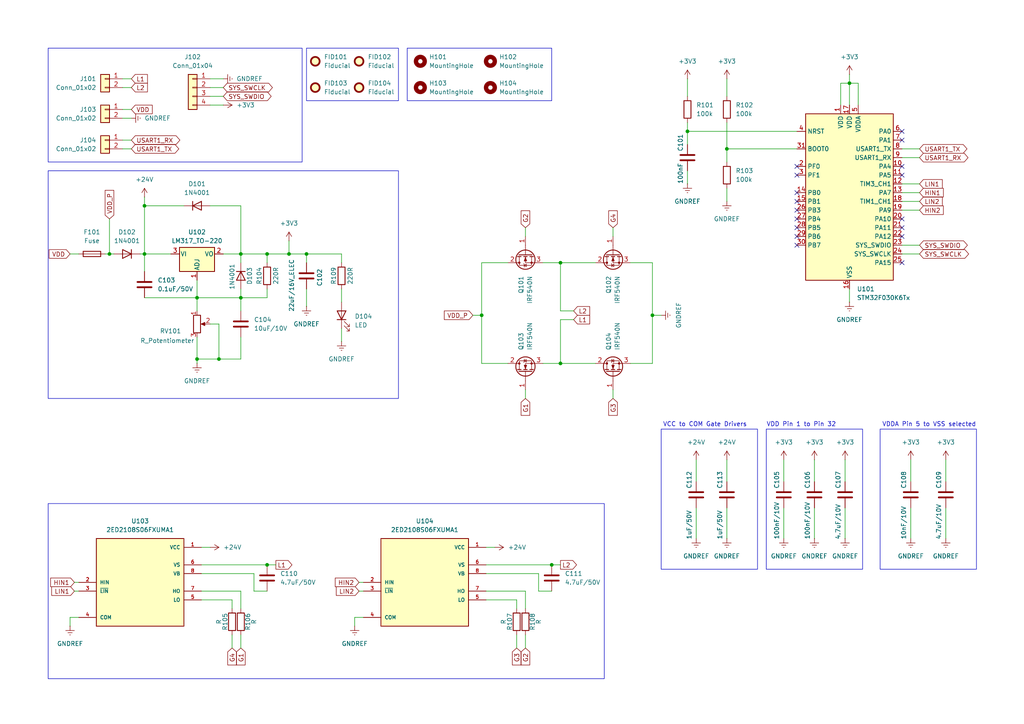
<source format=kicad_sch>
(kicad_sch (version 20250114) (generator "eeschema") (generator_version "9.0")
  (paper "A4")
  (title_block (title "PCB_Driver_DC_Motor") (date "2025-10-17") (rev "R.Casas"))
  (lib_symbols
    (symbol "Connector_Generic:Conn_01x02" (pin_names (offset 1.016) (hide yes))
      (property "Reference" "J" (at 0 2.54 0))
      (property "Value" "Conn_01x02" (at 0 -5.08 0))
      (symbol "Conn_01x02_1_1"
        (pin passive line (at -5.08 0 0) (length 3.81) (name "Pin_1") (number "1"))
        (pin passive line (at -5.08 -2.54 0) (length 3.81) (name "Pin_2") (number "2"))
      )
    )
    (symbol "Connector_Generic:Conn_01x04" (pin_names (offset 1.016) (hide yes))
      (property "Reference" "J" (at 0 5.08 0))
      (property "Value" "Conn_01x04" (at 0 -7.62 0))
      (symbol "Conn_01x04_1_1"
        (pin passive line (at -5.08 2.54 0) (length 3.81) (name "Pin_1") (number "1"))
        (pin passive line (at -5.08 0 0) (length 3.81) (name "Pin_2") (number "2"))
        (pin passive line (at -5.08 -2.54 0) (length 3.81) (name "Pin_3") (number "3"))
        (pin passive line (at -5.08 -5.08 0) (length 3.81) (name "Pin_4") (number "4"))
      )
    )
    (symbol "Device:C" (pin_numbers (hide yes)) (pin_names (offset 0.254))
      (property "Reference" "C" (at 0.635 2.54 0))
      (property "Value" "C" (at 0.635 -2.54 0))
      (symbol "C_1_1"
        (pin passive line (at 0 3.81 270) (length 2.794) (name "~") (number "1"))
        (pin passive line (at 0 -3.81 90) (length 2.794) (name "~") (number "2"))
      )
    )
    (symbol "Device:Fuse" (pin_numbers (hide yes)) (pin_names (offset 0))
      (property "Reference" "F" (at 2.032 0 90))
      (property "Value" "Fuse" (at -1.905 0 90))
      (symbol "Fuse_1_1"
        (pin passive line (at 0 3.81 270) (length 1.27) (name "~") (number "1"))
        (pin passive line (at 0 -3.81 90) (length 1.27) (name "~") (number "2"))
      )
    )
    (symbol "Device:LED" (pin_numbers (hide yes)) (pin_names (offset 1.016) (hide yes))
      (property "Reference" "D" (at 0 2.54 0))
      (property "Value" "LED" (at 0 -2.54 0))
      (symbol "LED_1_1"
        (pin passive line (at -3.81 0 0) (length 2.54) (name "K") (number "1"))
        (pin passive line (at 3.81 0 180) (length 2.54) (name "A") (number "2"))
      )
    )
    (symbol "Device:R" (pin_numbers (hide yes)) (pin_names (offset 0))
      (property "Reference" "R" (at 2.032 0 90))
      (property "Value" "R" (at 0 0 90))
      (symbol "R_1_1"
        (pin passive line (at 0 3.81 270) (length 1.27) (name "~") (number "1"))
        (pin passive line (at 0 -3.81 90) (length 1.27) (name "~") (number "2"))
      )
    )
    (symbol "Device:R_Potentiometer" (pin_names (offset 1.016) (hide yes))
      (property "Reference" "RV" (at -4.445 0 90))
      (property "Value" "R_Potentiometer" (at -2.54 0 90))
      (symbol "R_Potentiometer_1_1"
        (pin passive line (at 0 3.81 270) (length 1.27) (name "1") (number "1"))
        (pin passive line (at 0 -3.81 90) (length 1.27) (name "3") (number "3"))
        (pin passive line (at 3.81 0 180) (length 1.27) (name "2") (number "2"))
      )
    )
    (symbol "Diode:1N4001" (pin_numbers (hide yes)) (pin_names (hide yes))
      (property "Reference" "D" (at 0 2.54 0))
      (property "Value" "1N4001" (at 0 -2.54 0))
      (symbol "1N4001_1_1"
        (pin passive line (at -3.81 0 0) (length 2.54) (name "K") (number "1"))
        (pin passive line (at 3.81 0 180) (length 2.54) (name "A") (number "2"))
      )
    )
    (symbol "Gate_Driver:2ED2108S06FXUMA1" (pin_names (offset 1.016))
      (property "Reference" "U" (at -12.7 13.97 0))
      (property "Value" "2ED2108S06FXUMA1" (at -12.7 -15.24 0))
      (symbol "2ED2108S06FXUMA1_0_0"
        (pin input line (at -17.78 0 0) (length 5.08) (name "HIN") (number "2"))
        (pin input line (at -17.78 -2.54 0) (length 5.08) (name "~{LIN}") (number "3"))
        (pin passive line (at -17.78 -10.16 0) (length 5.08) (name "COM") (number "4"))
        (pin power_in line (at 17.78 10.16 180) (length 5.08) (name "VCC") (number "1"))
        (pin power_in line (at 17.78 5.08 180) (length 5.08) (name "VS") (number "6"))
        (pin power_in line (at 17.78 2.54 180) (length 5.08) (name "VB") (number "8"))
        (pin output line (at 17.78 -2.54 180) (length 5.08) (name "HO") (number "7"))
        (pin output line (at 17.78 -5.08 180) (length 5.08) (name "LO") (number "5"))
      )
    )
    (symbol "MCU_ST_STM32F0:STM32F030K6Tx"
      (property "Reference" "U" (at -12.7 26.67 0))
      (property "Value" "STM32F030K6Tx" (at 5.08 26.67 0))
      (symbol "STM32F030K6Tx_1_1"
        (pin input line (at -15.24 20.32 0) (length 2.54) (name "NRST") (number "4"))
        (pin input line (at -15.24 15.24 0) (length 2.54) (name "BOOT0") (number "31"))
        (pin bidirectional line (at -15.24 10.16 0) (length 2.54) (name "PF0") (number "2"))
        (pin bidirectional line (at -15.24 7.62 0) (length 2.54) (name "PF1") (number "3"))
        (pin bidirectional line (at -15.24 2.54 0) (length 2.54) (name "PB0") (number "14"))
        (pin bidirectional line (at -15.24 0 0) (length 2.54) (name "PB1") (number "15"))
        (pin bidirectional line (at -15.24 -2.54 0) (length 2.54) (name "PB3") (number "26"))
        (pin bidirectional line (at -15.24 -5.08 0) (length 2.54) (name "PB4") (number "27") (alternate "TIM3_CH1" bidirectional line))
        (pin bidirectional line (at -15.24 -7.62 0) (length 2.54) (name "PB5") (number "28"))
        (pin bidirectional line (at -15.24 -10.16 0) (length 2.54) (name "PB6") (number "29") (alternate "USART1_TX" bidirectional line))
        (pin bidirectional line (at -15.24 -12.7 0) (length 2.54) (name "PB7") (number "30") (alternate "USART1_RX" bidirectional line))
        (pin power_in line (at -2.54 27.94 270) (length 2.54) (name "VDD") (number "1"))
        (pin power_in line (at 0 27.94 270) (length 2.54) (name "VDD") (number "17"))
        (pin power_in line (at 0 -25.4 90) (length 2.54) (name "VSS") (number "16"))
        (pin passive line (at 0 -25.4 90) (length 2.54) (hide yes) (name "VSS") (number "32"))
        (pin power_in line (at 2.54 27.94 270) (length 2.54) (name "VDDA") (number "5"))
        (pin bidirectional line (at 15.24 20.32 180) (length 2.54) (name "PA0") (number "6"))
        (pin bidirectional line (at 15.24 17.78 180) (length 2.54) (name "PA1") (number "7"))
        (pin bidirectional line (at 15.24 15.24 180) (length 2.54) (name "PA2") (number "8") (alternate "USART1_TX" bidirectional line))
        (pin bidirectional line (at 15.24 12.7 180) (length 2.54) (name "PA3") (number "9") (alternate "USART1_RX" bidirectional line))
        (pin bidirectional line (at 15.24 10.16 180) (length 2.54) (name "PA4") (number "10"))
        (pin bidirectional line (at 15.24 7.62 180) (length 2.54) (name "PA5") (number "11"))
        (pin bidirectional line (at 15.24 5.08 180) (length 2.54) (name "PA6") (number "12") (alternate "TIM3_CH1" bidirectional line))
        (pin bidirectional line (at 15.24 2.54 180) (length 2.54) (name "PA7") (number "13"))
        (pin bidirectional line (at 15.24 0 180) (length 2.54) (name "PA8") (number "18") (alternate "TIM1_CH1" bidirectional line))
        (pin bidirectional line (at 15.24 -2.54 180) (length 2.54) (name "PA9") (number "19") (alternate "USART1_TX" bidirectional line))
        (pin bidirectional line (at 15.24 -5.08 180) (length 2.54) (name "PA10") (number "20") (alternate "USART1_RX" bidirectional line))
        (pin bidirectional line (at 15.24 -7.62 180) (length 2.54) (name "PA11") (number "21"))
        (pin bidirectional line (at 15.24 -10.16 180) (length 2.54) (name "PA12") (number "22"))
        (pin bidirectional line (at 15.24 -12.7 180) (length 2.54) (name "PA13") (number "23") (alternate "SYS_SWDIO" bidirectional line))
        (pin bidirectional line (at 15.24 -15.24 180) (length 2.54) (name "PA14") (number "24") (alternate "SYS_SWCLK" bidirectional line) (alternate "USART1_TX" bidirectional line))
        (pin bidirectional line (at 15.24 -17.78 180) (length 2.54) (name "PA15") (number "25") (alternate "USART1_RX" bidirectional line))
      )
    )
    (symbol "Mechanical:Fiducial" (in_bom no)
      (property "Reference" "FID" (at 0 5.08 0))
      (property "Value" "Fiducial" (at 0 3.175 0))
    )
    (symbol "Mechanical:MountingHole" (pin_names (offset 1.016)) (in_bom no)
      (property "Reference" "H" (at 0 5.08 0))
      (property "Value" "MountingHole" (at 0 3.175 0))
    )
    (symbol "Regulator_Linear:LM317_TO-220" (pin_names (offset 0.254))
      (property "Reference" "U" (at -3.81 3.175 0))
      (property "Value" "LM317_TO-220" (at 0 3.175 0))
      (symbol "LM317_TO-220_1_1"
        (pin power_in line (at -7.62 0 0) (length 2.54) (name "VI") (number "3"))
        (pin input line (at 0 -7.62 90) (length 2.54) (name "ADJ") (number "1"))
        (pin power_out line (at 7.62 0 180) (length 2.54) (name "VO") (number "2"))
      )
    )
    (symbol "Transistor_FET:IRF540N" (pin_names (hide yes))
      (property "Reference" "Q" (at 5.08 1.905 0))
      (property "Value" "IRF540N" (at 5.08 0 0))
      (symbol "IRF540N_1_1"
        (pin input line (at -5.08 0 0) (length 2.54) (name "G") (number "1"))
        (pin passive line (at 2.54 5.08 270) (length 2.54) (name "D") (number "2"))
        (pin passive line (at 2.54 -5.08 90) (length 2.54) (name "S") (number "3"))
      )
    )
    (symbol "power:+24V" (power) (pin_numbers (hide yes)) (pin_names (offset 0) (hide yes))
      (property "Value" "+24V" (at 0 3.556 0))
      (symbol "+24V_1_1"
        (pin power_in line (at 0 0 90) (length 0) (name "~") (number "1"))
      )
    )
    (symbol "power:+3V3" (power) (pin_numbers (hide yes)) (pin_names (offset 0) (hide yes))
      (property "Value" "+3V3" (at 0 3.556 0))
      (symbol "+3V3_1_1"
        (pin power_in line (at 0 0 90) (length 0) (name "~") (number "1"))
      )
    )
    (symbol "power:GNDREF" (power) (pin_numbers (hide yes)) (pin_names (offset 0) (hide yes))
      (property "Value" "GNDREF" (at 0 -3.81 0))
      (symbol "GNDREF_1_1"
        (pin power_in line (at 0 0 270) (length 0) (name "~") (number "1"))
      )
    )
  )
  (rectangle (start 13.97 146.05) (end 175.26 196.85))
  (rectangle (start 13.97 49.53) (end 115.57 115.57))
  (rectangle (start 118.11 13.97) (end 160.02 29.21))
  (rectangle (start 13.97 13.97) (end 87.63 46.99))
  (rectangle (start 255.27 124.46) (end 283.21 165.1))
  (rectangle (start 222.25 124.46) (end 250.19 165.1))
  (rectangle (start 191.77 124.46) (end 219.71 165.1))
  (rectangle (start 88.9 13.97) (end 115.57 29.21))
  (text "VDD Pin 1 to Pin 32" (at 232.41 123.19 0) (effects (font (size 1.27 1.27))))
  (text "VCC to COM Gate Drivers" (at 204.47 123.19 0) (effects (font (size 1.27 1.27))))
  (text "VDDA Pin 5 to VSS selected" (at 269.494 123.19 0) (effects (font (size 1.27 1.27))))
  (junction (at 41.91 73.66))
  (junction (at 69.85 86.36))
  (junction (at 63.5 104.14))
  (junction (at 77.47 163.83))
  (junction (at 210.82 43.18))
  (junction (at 199.39 38.1))
  (junction (at 139.7 91.44))
  (junction (at 69.85 73.66))
  (junction (at 83.82 73.66))
  (junction (at 162.56 105.41))
  (junction (at 77.47 73.66))
  (junction (at 57.15 104.14))
  (junction (at 57.15 86.36))
  (junction (at 246.38 24.13))
  (junction (at 162.56 76.2))
  (junction (at 31.75 73.66))
  (junction (at 160.02 163.83))
  (junction (at 41.91 59.69))
  (junction (at 189.23 91.44))
  (junction (at 88.9 73.66))
  (no_connect (at 261.62 50.8))
  (no_connect (at 231.14 55.88))
  (no_connect (at 231.14 60.96))
  (no_connect (at 261.62 63.5))
  (no_connect (at 231.14 71.12))
  (no_connect (at 261.62 38.1))
  (no_connect (at 231.14 63.5))
  (no_connect (at 261.62 68.58))
  (no_connect (at 261.62 76.2))
  (no_connect (at 231.14 48.26))
  (no_connect (at 261.62 40.64))
  (no_connect (at 231.14 50.8))
  (no_connect (at 231.14 58.42))
  (no_connect (at 231.14 68.58))
  (no_connect (at 261.62 66.04))
  (no_connect (at 231.14 66.04))
  (no_connect (at 261.62 48.26))
  (wire (pts (xy 69.85 83.82) (xy 69.85 86.36)))
  (wire (pts (xy 57.15 81.28) (xy 57.15 86.36)))
  (wire (pts (xy 102.87 179.07) (xy 105.41 179.07)))
  (wire (pts (xy 21.59 171.45) (xy 22.86 171.45)))
  (wire (pts (xy 245.11 147.32) (xy 245.11 156.21)))
  (wire (pts (xy 69.85 86.36) (xy 69.85 90.17)))
  (wire (pts (xy 199.39 49.53) (xy 199.39 53.34)))
  (wire (pts (xy 177.8 68.58) (xy 177.8 66.04)))
  (wire (pts (xy 137.16 91.44) (xy 139.7 91.44)))
  (wire (pts (xy 140.97 163.83) (xy 160.02 163.83)))
  (wire (pts (xy 41.91 59.69) (xy 53.34 59.69)))
  (wire (pts (xy 63.5 93.98) (xy 63.5 104.14)))
  (wire (pts (xy 149.86 184.15) (xy 149.86 187.96)))
  (wire (pts (xy 38.1 40.64) (xy 35.56 40.64)))
  (wire (pts (xy 210.82 43.18) (xy 210.82 46.99)))
  (wire (pts (xy 199.39 38.1) (xy 231.14 38.1)))
  (wire (pts (xy 99.06 73.66) (xy 88.9 73.66)))
  (wire (pts (xy 266.7 71.12) (xy 261.62 71.12)))
  (wire (pts (xy 102.87 181.61) (xy 102.87 179.07)))
  (wire (pts (xy 139.7 105.41) (xy 147.32 105.41)))
  (wire (pts (xy 140.97 171.45) (xy 152.4 171.45)))
  (wire (pts (xy 63.5 104.14) (xy 57.15 104.14)))
  (wire (pts (xy 210.82 43.18) (xy 231.14 43.18)))
  (wire (pts (xy 40.64 73.66) (xy 41.91 73.66)))
  (wire (pts (xy 38.1 43.18) (xy 35.56 43.18)))
  (wire (pts (xy 38.1 34.29) (xy 35.56 34.29)))
  (wire (pts (xy 60.96 30.48) (xy 64.77 30.48)))
  (wire (pts (xy 31.75 73.66) (xy 33.02 73.66)))
  (wire (pts (xy 69.85 73.66) (xy 69.85 76.2)))
  (wire (pts (xy 67.31 184.15) (xy 67.31 187.96)))
  (wire (pts (xy 266.7 58.42) (xy 261.62 58.42)))
  (wire (pts (xy 246.38 83.82) (xy 246.38 87.63)))
  (wire (pts (xy 266.7 60.96) (xy 261.62 60.96)))
  (wire (pts (xy 41.91 57.15) (xy 41.91 59.69)))
  (wire (pts (xy 201.93 147.32) (xy 201.93 156.21)))
  (wire (pts (xy 69.85 97.79) (xy 69.85 104.14)))
  (wire (pts (xy 162.56 92.71) (xy 162.56 105.41)))
  (wire (pts (xy 162.56 76.2) (xy 172.72 76.2)))
  (wire (pts (xy 236.22 147.32) (xy 236.22 156.21)))
  (wire (pts (xy 60.96 59.69) (xy 69.85 59.69)))
  (wire (pts (xy 35.56 22.86) (xy 38.1 22.86)))
  (wire (pts (xy 182.88 105.41) (xy 189.23 105.41)))
  (wire (pts (xy 77.47 73.66) (xy 83.82 73.66)))
  (wire (pts (xy 243.84 24.13) (xy 246.38 24.13)))
  (wire (pts (xy 210.82 35.56) (xy 210.82 43.18)))
  (wire (pts (xy 30.48 73.66) (xy 31.75 73.66)))
  (wire (pts (xy 77.47 83.82) (xy 77.47 86.36)))
  (wire (pts (xy 152.4 115.57) (xy 152.4 113.03)))
  (wire (pts (xy 77.47 163.83) (xy 80.01 163.83)))
  (wire (pts (xy 69.85 73.66) (xy 77.47 73.66)))
  (wire (pts (xy 31.75 63.5) (xy 31.75 73.66)))
  (wire (pts (xy 139.7 105.41) (xy 139.7 91.44)))
  (wire (pts (xy 162.56 92.71) (xy 166.37 92.71)))
  (wire (pts (xy 246.38 21.59) (xy 246.38 24.13)))
  (wire (pts (xy 236.22 133.35) (xy 236.22 139.7)))
  (wire (pts (xy 99.06 76.2) (xy 99.06 73.66)))
  (wire (pts (xy 156.21 166.37) (xy 156.21 171.45)))
  (wire (pts (xy 60.96 93.98) (xy 63.5 93.98)))
  (wire (pts (xy 57.15 86.36) (xy 69.85 86.36)))
  (wire (pts (xy 199.39 35.56) (xy 199.39 38.1)))
  (wire (pts (xy 140.97 173.99) (xy 149.86 173.99)))
  (wire (pts (xy 227.33 147.32) (xy 227.33 156.21)))
  (wire (pts (xy 58.42 173.99) (xy 67.31 173.99)))
  (wire (pts (xy 58.42 171.45) (xy 69.85 171.45)))
  (wire (pts (xy 199.39 38.1) (xy 199.39 41.91)))
  (wire (pts (xy 201.93 133.35) (xy 201.93 139.7)))
  (wire (pts (xy 248.92 30.48) (xy 248.92 24.13)))
  (wire (pts (xy 69.85 104.14) (xy 63.5 104.14)))
  (wire (pts (xy 266.7 45.72) (xy 261.62 45.72)))
  (wire (pts (xy 20.32 181.61) (xy 20.32 179.07)))
  (wire (pts (xy 274.32 133.35) (xy 274.32 139.7)))
  (wire (pts (xy 41.91 73.66) (xy 41.91 78.74)))
  (wire (pts (xy 248.92 24.13) (xy 246.38 24.13)))
  (wire (pts (xy 210.82 54.61) (xy 210.82 58.42)))
  (wire (pts (xy 139.7 91.44) (xy 139.7 76.2)))
  (wire (pts (xy 35.56 25.4) (xy 38.1 25.4)))
  (wire (pts (xy 64.77 73.66) (xy 69.85 73.66)))
  (wire (pts (xy 243.84 30.48) (xy 243.84 24.13)))
  (wire (pts (xy 152.4 171.45) (xy 152.4 176.53)))
  (wire (pts (xy 210.82 147.32) (xy 210.82 156.21)))
  (wire (pts (xy 140.97 166.37) (xy 156.21 166.37)))
  (wire (pts (xy 38.1 31.75) (xy 35.56 31.75)))
  (wire (pts (xy 156.21 171.45) (xy 160.02 171.45)))
  (wire (pts (xy 60.96 22.86) (xy 64.77 22.86)))
  (wire (pts (xy 99.06 83.82) (xy 99.06 87.63)))
  (wire (pts (xy 57.15 104.14) (xy 57.15 105.41)))
  (wire (pts (xy 266.7 53.34) (xy 261.62 53.34)))
  (wire (pts (xy 160.02 163.83) (xy 162.56 163.83)))
  (wire (pts (xy 69.85 184.15) (xy 69.85 187.96)))
  (wire (pts (xy 162.56 90.17) (xy 162.56 76.2)))
  (wire (pts (xy 177.8 115.57) (xy 177.8 113.03)))
  (wire (pts (xy 149.86 173.99) (xy 149.86 176.53)))
  (wire (pts (xy 83.82 73.66) (xy 88.9 73.66)))
  (wire (pts (xy 199.39 22.86) (xy 199.39 27.94)))
  (wire (pts (xy 88.9 73.66) (xy 88.9 76.2)))
  (wire (pts (xy 64.77 25.4) (xy 60.96 25.4)))
  (wire (pts (xy 246.38 24.13) (xy 246.38 30.48)))
  (wire (pts (xy 189.23 76.2) (xy 182.88 76.2)))
  (wire (pts (xy 191.77 91.44) (xy 189.23 91.44)))
  (wire (pts (xy 41.91 73.66) (xy 49.53 73.66)))
  (wire (pts (xy 41.91 59.69) (xy 41.91 73.66)))
  (wire (pts (xy 162.56 90.17) (xy 166.37 90.17)))
  (wire (pts (xy 69.85 171.45) (xy 69.85 176.53)))
  (wire (pts (xy 73.66 171.45) (xy 77.47 171.45)))
  (wire (pts (xy 274.32 147.32) (xy 274.32 156.21)))
  (wire (pts (xy 99.06 95.25) (xy 99.06 99.06)))
  (wire (pts (xy 227.33 133.35) (xy 227.33 139.7)))
  (wire (pts (xy 264.16 133.35) (xy 264.16 139.7)))
  (wire (pts (xy 210.82 22.86) (xy 210.82 27.94)))
  (wire (pts (xy 157.48 105.41) (xy 162.56 105.41)))
  (wire (pts (xy 21.59 168.91) (xy 22.86 168.91)))
  (wire (pts (xy 266.7 55.88) (xy 261.62 55.88)))
  (wire (pts (xy 162.56 105.41) (xy 172.72 105.41)))
  (wire (pts (xy 58.42 166.37) (xy 73.66 166.37)))
  (wire (pts (xy 41.91 86.36) (xy 57.15 86.36)))
  (wire (pts (xy 83.82 69.85) (xy 83.82 73.66)))
  (wire (pts (xy 245.11 133.35) (xy 245.11 139.7)))
  (wire (pts (xy 264.16 147.32) (xy 264.16 156.21)))
  (wire (pts (xy 20.32 73.66) (xy 22.86 73.66)))
  (wire (pts (xy 57.15 97.79) (xy 57.15 104.14)))
  (wire (pts (xy 77.47 73.66) (xy 77.47 76.2)))
  (wire (pts (xy 189.23 91.44) (xy 189.23 76.2)))
  (wire (pts (xy 140.97 158.75) (xy 143.51 158.75)))
  (wire (pts (xy 210.82 133.35) (xy 210.82 139.7)))
  (wire (pts (xy 88.9 83.82) (xy 88.9 88.9)))
  (wire (pts (xy 69.85 86.36) (xy 77.47 86.36)))
  (wire (pts (xy 189.23 105.41) (xy 189.23 91.44)))
  (wire (pts (xy 58.42 163.83) (xy 77.47 163.83)))
  (wire (pts (xy 20.32 179.07) (xy 22.86 179.07)))
  (wire (pts (xy 58.42 158.75) (xy 60.96 158.75)))
  (wire (pts (xy 157.48 76.2) (xy 162.56 76.2)))
  (wire (pts (xy 67.31 173.99) (xy 67.31 176.53)))
  (wire (pts (xy 57.15 90.17) (xy 57.15 86.36)))
  (wire (pts (xy 73.66 166.37) (xy 73.66 171.45)))
  (wire (pts (xy 69.85 59.69) (xy 69.85 73.66)))
  (wire (pts (xy 266.7 73.66) (xy 261.62 73.66)))
  (wire (pts (xy 147.32 76.2) (xy 139.7 76.2)))
  (wire (pts (xy 64.77 27.94) (xy 60.96 27.94)))
  (wire (pts (xy 104.14 168.91) (xy 105.41 168.91)))
  (wire (pts (xy 266.7 43.18) (xy 261.62 43.18)))
  (wire (pts (xy 104.14 171.45) (xy 105.41 171.45)))
  (wire (pts (xy 152.4 184.15) (xy 152.4 187.96)))
  (wire (pts (xy 152.4 68.58) (xy 152.4 66.04)))
  (global_label "HIN1" (shape input) (at 21.59 168.91 180) (property "Intersheetrefs" "${INTERSHEET_REFS}" (effects (hide yes))))
  (global_label "LIN2" (shape input) (at 266.7 58.42 0) (property "Intersheetrefs" "${INTERSHEET_REFS}" (effects (hide yes))))
  (global_label "SYS_SWCLK" (shape bidirectional) (at 266.7 73.66 0) (property "Intersheetrefs" "${INTERSHEET_REFS}" (effects (hide yes))))
  (global_label "G1" (shape input) (at 152.4 115.57 270) (property "Intersheetrefs" "${INTERSHEET_REFS}" (effects (hide yes))))
  (global_label "VDD_P" (shape input) (at 137.16 91.44 180) (property "Intersheetrefs" "${INTERSHEET_REFS}" (effects (hide yes))))
  (global_label "G2" (shape input) (at 152.4 187.96 270) (property "Intersheetrefs" "${INTERSHEET_REFS}" (effects (hide yes))))
  (global_label "USART1_TX" (shape bidirectional) (at 266.7 43.18 0) (property "Intersheetrefs" "${INTERSHEET_REFS}" (effects (hide yes))))
  (global_label "L1" (shape input) (at 166.37 92.71 0) (property "Intersheetrefs" "${INTERSHEET_REFS}" (effects (hide yes))))
  (global_label "HIN2" (shape input) (at 266.7 60.96 0) (property "Intersheetrefs" "${INTERSHEET_REFS}" (effects (hide yes))))
  (global_label "LIN2" (shape input) (at 104.14 171.45 180) (property "Intersheetrefs" "${INTERSHEET_REFS}" (effects (hide yes))))
  (global_label "L2" (shape output) (at 162.56 163.83 0) (property "Intersheetrefs" "${INTERSHEET_REFS}" (effects (hide yes))))
  (global_label "G3" (shape input) (at 149.86 187.96 270) (property "Intersheetrefs" "${INTERSHEET_REFS}" (effects (hide yes))))
  (global_label "SYS_SWDIO" (shape bidirectional) (at 266.7 71.12 0) (property "Intersheetrefs" "${INTERSHEET_REFS}" (effects (hide yes))))
  (global_label "G1" (shape input) (at 69.85 187.96 270) (property "Intersheetrefs" "${INTERSHEET_REFS}" (effects (hide yes))))
  (global_label "G2" (shape input) (at 152.4 66.04 90) (property "Intersheetrefs" "${INTERSHEET_REFS}" (effects (hide yes))))
  (global_label "LIN1" (shape input) (at 21.59 171.45 180) (property "Intersheetrefs" "${INTERSHEET_REFS}" (effects (hide yes))))
  (global_label "USART1_RX" (shape bidirectional) (at 38.1 40.64 0) (property "Intersheetrefs" "${INTERSHEET_REFS}" (effects (hide yes))))
  (global_label "USART1_TX" (shape bidirectional) (at 38.1 43.18 0) (property "Intersheetrefs" "${INTERSHEET_REFS}" (effects (hide yes))))
  (global_label "G4" (shape input) (at 67.31 187.96 270) (property "Intersheetrefs" "${INTERSHEET_REFS}" (effects (hide yes))))
  (global_label "G3" (shape input) (at 177.8 115.57 270) (property "Intersheetrefs" "${INTERSHEET_REFS}" (effects (hide yes))))
  (global_label "VDD" (shape input) (at 20.32 73.66 180) (property "Intersheetrefs" "${INTERSHEET_REFS}" (effects (hide yes))))
  (global_label "SYS_SWDIO" (shape bidirectional) (at 64.77 27.94 0) (property "Intersheetrefs" "${INTERSHEET_REFS}" (effects (hide yes))))
  (global_label "USART1_RX" (shape bidirectional) (at 266.7 45.72 0) (property "Intersheetrefs" "${INTERSHEET_REFS}" (effects (hide yes))))
  (global_label "L2" (shape input) (at 166.37 90.17 0) (property "Intersheetrefs" "${INTERSHEET_REFS}" (effects (hide yes))))
  (global_label "L1" (shape input) (at 38.1 22.86 0) (property "Intersheetrefs" "${INTERSHEET_REFS}" (effects (hide yes))))
  (global_label "LIN1" (shape input) (at 266.7 53.34 0) (property "Intersheetrefs" "${INTERSHEET_REFS}" (effects (hide yes))))
  (global_label "G4" (shape input) (at 177.8 66.04 90) (property "Intersheetrefs" "${INTERSHEET_REFS}" (effects (hide yes))))
  (global_label "SYS_SWCLK" (shape bidirectional) (at 64.77 25.4 0) (property "Intersheetrefs" "${INTERSHEET_REFS}" (effects (hide yes))))
  (global_label "HIN1" (shape input) (at 266.7 55.88 0) (property "Intersheetrefs" "${INTERSHEET_REFS}" (effects (hide yes))))
  (global_label "VDD_P" (shape input) (at 31.75 63.5 90) (property "Intersheetrefs" "${INTERSHEET_REFS}" (effects (hide yes))))
  (global_label "L1" (shape output) (at 80.01 163.83 0) (property "Intersheetrefs" "${INTERSHEET_REFS}" (effects (hide yes))))
  (global_label "L2" (shape input) (at 38.1 25.4 0) (property "Intersheetrefs" "${INTERSHEET_REFS}" (effects (hide yes))))
  (global_label "VDD" (shape input) (at 38.1 31.75 0) (property "Intersheetrefs" "${INTERSHEET_REFS}" (effects (hide yes))))
  (global_label "HIN2" (shape input) (at 104.14 168.91 180) (property "Intersheetrefs" "${INTERSHEET_REFS}" (effects (hide yes))))
  (symbol (lib_id "power:+3V3") (at 274.32 133.35 0) (unit 1)
    (property "Reference" "#PWR0119" (effects (hide yes)))
    (property "Value" "+3V3" (at 274.32 128.27 0))
    (property "Description" "Power symbol creates a global label with name \"+3V3\"" (effects (hide yes)))
  )
  (symbol (lib_id "Device:C") (at 77.47 167.64 0) (unit 1)
    (property "Reference" "C110" (at 81.28 166.3699 0) (effects (justify left)))
    (property "Value" "4.7uF/50V" (at 81.28 168.9099 0) (effects (justify left)))
    (property "Footprint" "Capacitor_SMD:C_0603_1608Metric_Pad1.08x0.95mm_HandSolder" (effects (hide yes)))
    (property "Description" "Unpolarized capacitor" (effects (hide yes)))
  )
  (symbol (lib_id "power:GNDREF") (at 246.38 87.63 0) (unit 1)
    (property "Reference" "#PWR0112" (effects (hide yes)))
    (property "Value" "GNDREF" (at 246.38 92.71 0))
    (property "Description" "Power symbol creates a global label with name \"GNDREF\" , reference supply ground" (effects (hide yes)))
  )
  (symbol (lib_id "Device:R") (at 99.06 80.01 0) (unit 1)
    (property "Reference" "R109" (at 96.774 82.55 90) (effects (justify left)))
    (property "Value" "220R" (at 101.6 82.55 90) (effects (justify left)))
    (property "Footprint" "Resistor_SMD:R_0201_0603Metric_Pad0.64x0.40mm_HandSolder" (effects (hide yes)))
    (property "Description" "Resistor" (effects (hide yes)))
  )
  (symbol (lib_id "power:GNDREF") (at 199.39 53.34 0) (unit 1)
    (property "Reference" "#PWR0108" (effects (hide yes)))
    (property "Value" "GNDREF" (at 199.39 58.42 0))
    (property "Description" "Power symbol creates a global label with name \"GNDREF\" , reference supply ground" (effects (hide yes)))
  )
  (symbol (lib_id "power:GNDREF") (at 210.82 58.42 0) (unit 1)
    (property "Reference" "#PWR0109" (effects (hide yes)))
    (property "Value" "GNDREF" (at 210.82 63.5 0))
    (property "Description" "Power symbol creates a global label with name \"GNDREF\" , reference supply ground" (effects (hide yes)))
  )
  (symbol (lib_id "Diode:1N4001") (at 69.85 80.01 270) (unit 1)
    (property "Reference" "D103" (at 72.39 77.47 0) (effects (justify left)))
    (property "Value" "1N4001" (at 67.31 76.454 0) (effects (justify left)))
    (property "Footprint" "Diode_SMD:D_SMA" (effects (hide yes)))
    (property "Datasheet" "http://www.vishay.com/docs/88503/1n4001.pdf" (effects (hide yes)))
    (property "Description" "50V 1A General Purpose Rectifier Diode, DO-41" (effects (hide yes)))
    (property "Sim.Device" "D" (effects (hide yes)))
    (property "Sim.Pins" "1=K 2=A" (effects (hide yes)))
  )
  (symbol (lib_id "Mechanical:MountingHole") (at 142.24 17.78 0) (unit 1) (in_bom no)
    (property "Reference" "H102" (at 144.78 16.5099 0) (effects (justify left)))
    (property "Value" "MountingHole" (at 144.78 19.0499 0) (effects (justify left)))
    (property "Footprint" "MountingHole:MountingHole_5.3mm_M5_ISO14580" (effects (hide yes)))
    (property "Description" "Mounting Hole without connection" (effects (hide yes)))
  )
  (symbol (lib_id "power:+3V3") (at 245.11 133.35 0) (unit 1)
    (property "Reference" "#PWR0117" (effects (hide yes)))
    (property "Value" "+3V3" (at 245.11 128.27 0))
    (property "Description" "Power symbol creates a global label with name \"+3V3\"" (effects (hide yes)))
  )
  (symbol (lib_id "power:GNDREF") (at 201.93 156.21 0) (unit 1)
    (property "Reference" "#PWR0132" (effects (hide yes)))
    (property "Value" "GNDREF" (at 201.93 161.29 0))
    (property "Description" "Power symbol creates a global label with name \"GNDREF\" , reference supply ground" (effects (hide yes)))
  )
  (symbol (lib_id "power:GNDREF") (at 274.32 156.21 0) (unit 1)
    (property "Reference" "#PWR0124" (effects (hide yes)))
    (property "Value" "GNDREF" (at 274.32 161.29 0))
    (property "Description" "Power symbol creates a global label with name \"GNDREF\" , reference supply ground" (effects (hide yes)))
  )
  (symbol (lib_id "Mechanical:Fiducial") (at 91.44 17.78 0) (unit 1) (in_bom no)
    (property "Reference" "FID101" (at 93.98 16.5099 0) (effects (justify left)))
    (property "Value" "Fiducial" (at 93.98 19.0499 0) (effects (justify left)))
    (property "Footprint" "Fiducial:Fiducial_1mm_Mask3mm" (effects (hide yes)))
    (property "Description" "Fiducial Marker" (effects (hide yes)))
  )
  (symbol (lib_id "Device:C") (at 199.39 45.72 0) (unit 1)
    (property "Reference" "C101" (at 197.358 43.942 90) (effects (justify left)))
    (property "Value" "100nF" (at 197.358 53.34 90) (effects (justify left)))
    (property "Footprint" "Capacitor_SMD:C_0603_1608Metric" (effects (hide yes)))
    (property "Description" "Unpolarized capacitor" (effects (hide yes)))
  )
  (symbol (lib_id "power:GNDREF") (at 236.22 156.21 0) (unit 1)
    (property "Reference" "#PWR0121" (effects (hide yes)))
    (property "Value" "GNDREF" (at 236.22 161.29 0))
    (property "Description" "Power symbol creates a global label with name \"GNDREF\" , reference supply ground" (effects (hide yes)))
  )
  (symbol (lib_id "Device:C") (at 88.9 80.01 0) (unit 1)
    (property "Reference" "C102" (at 92.71 83.058 90) (effects (justify left)))
    (property "Value" "22uF/16V_ELEC" (at 84.582 90.424 90) (effects (justify left)))
    (property "Footprint" "Capacitor_SMD:C_Elec_4x5.4" (effects (hide yes)))
    (property "Description" "Unpolarized capacitor" (effects (hide yes)))
  )
  (symbol (lib_id "power:+3V3") (at 246.38 21.59 0) (unit 1)
    (property "Reference" "#PWR0102" (effects (hide yes)))
    (property "Value" "+3V3" (at 246.38 16.51 0))
    (property "Description" "Power symbol creates a global label with name \"+3V3\"" (effects (hide yes)))
  )
  (symbol (lib_id "power:+24V") (at 143.51 158.75 270) (unit 1)
    (property "Reference" "#PWR0126" (effects (hide yes)))
    (property "Value" "+24V" (at 147.32 158.7499 90) (effects (justify left)))
    (property "Description" "Power symbol creates a global label with name \"+24V\"" (effects (hide yes)))
  )
  (symbol (lib_id "Device:C") (at 41.91 82.55 0) (unit 1)
    (property "Reference" "C103" (at 45.72 81.2799 0) (effects (justify left)))
    (property "Value" "0.1uF/50V" (at 45.72 83.8199 0) (effects (justify left)))
    (property "Footprint" "Capacitor_SMD:C_0603_1608Metric_Pad1.08x0.95mm_HandSolder" (effects (hide yes)))
    (property "Description" "Unpolarized capacitor" (effects (hide yes)))
  )
  (symbol (lib_id "Device:C") (at 274.32 143.51 0) (unit 1)
    (property "Reference" "C109" (at 272.288 141.732 90) (effects (justify left)))
    (property "Value" "4.7uF/10V" (at 272.288 156.464 90) (effects (justify left)))
    (property "Footprint" "Capacitor_SMD:C_0603_1608Metric" (effects (hide yes)))
    (property "Description" "Unpolarized capacitor" (effects (hide yes)))
  )
  (symbol (lib_id "power:+3V3") (at 227.33 133.35 0) (unit 1)
    (property "Reference" "#PWR0115" (effects (hide yes)))
    (property "Value" "+3V3" (at 227.33 128.27 0))
    (property "Description" "Power symbol creates a global label with name \"+3V3\"" (effects (hide yes)))
  )
  (symbol (lib_id "Gate_Driver:2ED2108S06FXUMA1") (at 123.19 168.91 0) (unit 1)
    (property "Reference" "U104" (at 123.19 151.13 0))
    (property "Value" "2ED2108S06FXUMA1" (at 123.19 153.67 0))
    (property "Footprint" "Gate_Driver:SOIC127P600X172-8N" (effects (hide yes)))
    (property "E1_MIN" "3.9" (effects (hide yes)))
    (property "B_NOM" "0.43" (effects (hide yes)))
    (property "D_MAX" "4.9" (effects (hide yes)))
    (property "E1_NOM" "3.9" (effects (hide yes)))
    (property "E2_MAX" "0.0" (effects (hide yes)))
    (property "B_MAX" "0.46" (effects (hide yes)))
    (property "D2_MAX" "0.0" (effects (hide yes)))
    (property "ENOM" "1.27" (effects (hide yes)))
    (property "D_NOM" "4.9" (effects (hide yes)))
    (property "L_MAX" "1.25" (effects (hide yes)))
    (property "A_MAX" "1.72" (effects (hide yes)))
    (property "A_NOM" "1.72" (effects (hide yes)))
    (property "A_MIN" "1.72" (effects (hide yes)))
    (property "STANDARD" "IPC 7351B" (effects (hide yes)))
    (property "PARTREV" "2.20" (effects (hide yes)))
    (property "E_NOM" "6.0" (effects (hide yes)))
    (property "B_MIN" "0.36" (effects (hide yes)))
    (property "PIN_COUNT" "8.0" (effects (hide yes)))
    (property "L_NOM" "0.8" (effects (hide yes)))
    (property "MANUFACTURER" "Infineon Technologies" (effects (hide yes)))
    (property "A1_MIN" "0.15" (effects (hide yes)))
    (property "E1_MAX" "3.9" (effects (hide yes)))
    (property "E_MIN" "5.8" (effects (hide yes)))
    (property "D_MIN" "4.9" (effects (hide yes)))
    (property "L_MIN" "0.4" (effects (hide yes)))
    (property "E_MAX" "6.2" (effects (hide yes)))
  )
  (symbol (lib_id "power:+3V3") (at 64.77 30.48 270) (unit 1)
    (property "Reference" "#PWR0103" (effects (hide yes)))
    (property "Value" "+3V3" (at 68.58 30.4799 90) (effects (justify left)))
    (property "Description" "Power symbol creates a global label with name \"+3V3\"" (effects (hide yes)))
  )
  (symbol (lib_id "power:GNDREF") (at 88.9 88.9 0) (unit 1)
    (property "Reference" "#PWR0111" (effects (hide yes)))
    (property "Value" "GNDREF" (at 88.9 93.98 0))
    (property "Description" "Power symbol creates a global label with name \"GNDREF\" , reference supply ground" (effects (hide yes)))
  )
  (symbol (lib_id "Mechanical:MountingHole") (at 142.24 25.4 0) (unit 1) (in_bom no)
    (property "Reference" "H104" (at 144.78 24.1299 0) (effects (justify left)))
    (property "Value" "MountingHole" (at 144.78 26.6699 0) (effects (justify left)))
    (property "Footprint" "MountingHole:MountingHole_5.3mm_M5_ISO14580" (effects (hide yes)))
    (property "Description" "Mounting Hole without connection" (effects (hide yes)))
  )
  (symbol (lib_id "power:+3V3") (at 199.39 22.86 0) (unit 1)
    (property "Reference" "#PWR0104" (effects (hide yes)))
    (property "Value" "+3V3" (at 199.39 17.78 0))
    (property "Description" "Power symbol creates a global label with name \"+3V3\"" (effects (hide yes)))
  )
  (symbol (lib_id "power:GNDREF") (at 102.87 181.61 0) (unit 1)
    (property "Reference" "#PWR0128" (effects (hide yes)))
    (property "Value" "GNDREF" (at 102.87 186.69 0))
    (property "Description" "Power symbol creates a global label with name \"GNDREF\" , reference supply ground" (effects (hide yes)))
  )
  (symbol (lib_id "Transistor_FET:IRF540N") (at 177.8 73.66 90) (mirror x) (unit 1)
    (property "Reference" "Q102" (at 176.5299 80.01 0) (effects (justify left)))
    (property "Value" "IRF540N" (at 179.0699 80.01 0) (effects (justify left)))
    (property "Footprint" "Package_TO_SOT_THT:TO-220-3_Vertical" (effects (hide yes)))
    (property "Datasheet" "http://www.irf.com/product-info/datasheets/data/irf540n.pdf" (effects (hide yes)))
    (property "Description" "33A Id, 100V Vds, HEXFET N-Channel MOSFET, TO-220" (effects (hide yes)))
  )
  (symbol (lib_id "power:+3V3") (at 210.82 22.86 0) (unit 1)
    (property "Reference" "#PWR0105" (effects (hide yes)))
    (property "Value" "+3V3" (at 210.82 17.78 0))
    (property "Description" "Power symbol creates a global label with name \"+3V3\"" (effects (hide yes)))
  )
  (symbol (lib_id "MCU_ST_STM32F0:STM32F030K6Tx") (at 246.38 58.42 0) (unit 1)
    (property "Reference" "U101" (at 248.5233 83.82 0) (effects (justify left)))
    (property "Value" "STM32F030K6Tx" (at 248.5233 86.36 0) (effects (justify left)))
    (property "Footprint" "Package_QFP:LQFP-32_7x7mm_P0.8mm" (effects (hide yes)))
    (property "Datasheet" "https://www.st.com/resource/en/datasheet/stm32f030k6.pdf" (effects (hide yes)))
    (property "Description" "STMicroelectronics Arm Cortex-M0 MCU, 32KB flash, 4KB RAM, 48 MHz, 2.4-3.6V, 25 GPIO, LQFP32" (effects (hide yes)))
    (pin "8" (alternate "USART1_TX"))
    (pin "9" (alternate "USART1_RX"))
    (pin "18" (alternate "TIM1_CH1"))
    (pin "24" (alternate "SYS_SWCLK"))
    (pin "12" (alternate "TIM3_CH1"))
    (pin "23" (alternate "SYS_SWDIO"))
  )
  (symbol (lib_id "power:+24V") (at 41.91 57.15 0) (unit 1)
    (property "Reference" "#PWR0107" (effects (hide yes)))
    (property "Value" "+24V" (at 41.91 52.07 0))
    (property "Description" "Power symbol creates a global label with name \"+24V\"" (effects (hide yes)))
  )
  (symbol (lib_id "Device:R") (at 77.47 80.01 0) (unit 1)
    (property "Reference" "R104" (at 75.184 82.55 90) (effects (justify left)))
    (property "Value" "220R" (at 80.01 82.55 90) (effects (justify left)))
    (property "Footprint" "Resistor_SMD:R_0201_0603Metric_Pad0.64x0.40mm_HandSolder" (effects (hide yes)))
    (property "Description" "Resistor" (effects (hide yes)))
  )
  (symbol (lib_id "Device:C") (at 245.11 143.51 0) (unit 1)
    (property "Reference" "C107" (at 243.078 141.732 90) (effects (justify left)))
    (property "Value" "4.7uF/10V" (at 243.078 156.464 90) (effects (justify left)))
    (property "Footprint" "Capacitor_SMD:C_0603_1608Metric" (effects (hide yes)))
    (property "Description" "Unpolarized capacitor" (effects (hide yes)))
  )
  (symbol (lib_id "Transistor_FET:IRF540N") (at 152.4 107.95 90) (unit 1)
    (property "Reference" "Q103" (at 151.1299 101.6 0) (effects (justify left)))
    (property "Value" "IRF540N" (at 153.6699 101.6 0) (effects (justify left)))
    (property "Footprint" "Package_TO_SOT_THT:TO-220-3_Vertical" (effects (hide yes)))
    (property "Datasheet" "http://www.irf.com/product-info/datasheets/data/irf540n.pdf" (effects (hide yes)))
    (property "Description" "33A Id, 100V Vds, HEXFET N-Channel MOSFET, TO-220" (effects (hide yes)))
  )
  (symbol (lib_id "power:+24V") (at 201.93 133.35 0) (unit 1)
    (property "Reference" "#PWR0129" (effects (hide yes)))
    (property "Value" "+24V" (at 201.93 128.27 0))
    (property "Description" "Power symbol creates a global label with name \"+24V\"" (effects (hide yes)))
  )
  (symbol (lib_id "power:+3V3") (at 83.82 69.85 0) (unit 1)
    (property "Reference" "#PWR0110" (effects (hide yes)))
    (property "Value" "+3V3" (at 83.82 64.77 0))
    (property "Description" "Power symbol creates a global label with name \"+3V3\"" (effects (hide yes)))
  )
  (symbol (lib_id "Mechanical:Fiducial") (at 104.14 17.78 0) (unit 1) (in_bom no)
    (property "Reference" "FID102" (at 106.68 16.5099 0) (effects (justify left)))
    (property "Value" "Fiducial" (at 106.68 19.0499 0) (effects (justify left)))
    (property "Footprint" "Fiducial:Fiducial_1mm_Mask3mm" (effects (hide yes)))
    (property "Description" "Fiducial Marker" (effects (hide yes)))
  )
  (symbol (lib_id "Connector_Generic:Conn_01x04") (at 55.88 25.4 0) (mirror y) (unit 1)
    (property "Reference" "J102" (at 55.88 16.51 0))
    (property "Value" "Conn_01x04" (at 55.88 19.05 0))
    (property "Footprint" "Connector_Molex:Molex_KK-254_AE-6410-04A_1x04_P2.54mm_Vertical" (effects (hide yes)))
    (property "Description" "Generic connector, single row, 01x04, script generated (kicad-library-utils/schlib/autogen/connector/)" (effects (hide yes)))
  )
  (symbol (lib_id "power:GNDREF") (at 20.32 181.61 0) (unit 1)
    (property "Reference" "#PWR0127" (effects (hide yes)))
    (property "Value" "GNDREF" (at 20.32 186.69 0))
    (property "Description" "Power symbol creates a global label with name \"GNDREF\" , reference supply ground" (effects (hide yes)))
  )
  (symbol (lib_id "power:GNDREF") (at 64.77 22.86 90) (unit 1)
    (property "Reference" "#PWR0101" (effects (hide yes)))
    (property "Value" "GNDREF" (at 68.58 22.8599 90) (effects (justify right)))
    (property "Description" "Power symbol creates a global label with name \"GNDREF\" , reference supply ground" (effects (hide yes)))
  )
  (symbol (lib_id "Device:R") (at 149.86 180.34 0) (mirror y) (unit 1)
    (property "Reference" "R107" (at 147.828 180.34 90))
    (property "Value" "R" (at 146.05 180.34 90))
    (property "Footprint" "Resistor_SMD:R_0201_0603Metric_Pad0.64x0.40mm_HandSolder" (effects (hide yes)))
    (property "Description" "Resistor" (effects (hide yes)))
  )
  (symbol (lib_id "Device:R") (at 67.31 180.34 0) (mirror y) (unit 1)
    (property "Reference" "R105" (at 65.278 180.34 90))
    (property "Value" "R" (at 63.5 180.34 90))
    (property "Footprint" "Resistor_SMD:R_0201_0603Metric_Pad0.64x0.40mm_HandSolder" (effects (hide yes)))
    (property "Description" "Resistor" (effects (hide yes)))
  )
  (symbol (lib_id "Regulator_Linear:LM317_TO-220") (at 57.15 73.66 0) (unit 1)
    (property "Reference" "U102" (at 57.15 67.31 0))
    (property "Value" "LM317_TO-220" (at 57.15 69.85 0))
    (property "Footprint" "Package_TO_SOT_THT:TO-220-3_Vertical" (effects (hide yes)))
    (property "Datasheet" "http://www.ti.com/lit/ds/symlink/lm317.pdf" (effects (hide yes)))
    (property "Description" "1.5A 35V Adjustable Linear Regulator, TO-220" (effects (hide yes)))
  )
  (symbol (lib_id "power:GNDREF") (at 191.77 91.44 90) (unit 1)
    (property "Reference" "#PWR0114" (effects (hide yes)))
    (property "Value" "GNDREF" (at 196.85 91.44 0))
    (property "Description" "Power symbol creates a global label with name \"GNDREF\" , reference supply ground" (effects (hide yes)))
  )
  (symbol (lib_id "power:GNDREF") (at 99.06 99.06 0) (unit 1)
    (property "Reference" "#PWR0131" (effects (hide yes)))
    (property "Value" "GNDREF" (at 99.06 104.14 0))
    (property "Description" "Power symbol creates a global label with name \"GNDREF\" , reference supply ground" (effects (hide yes)))
  )
  (symbol (lib_id "power:GNDREF") (at 245.11 156.21 0) (unit 1)
    (property "Reference" "#PWR0122" (effects (hide yes)))
    (property "Value" "GNDREF" (at 245.11 161.29 0))
    (property "Description" "Power symbol creates a global label with name \"GNDREF\" , reference supply ground" (effects (hide yes)))
  )
  (symbol (lib_id "Mechanical:Fiducial") (at 104.14 25.4 0) (unit 1) (in_bom no)
    (property "Reference" "FID104" (at 106.68 24.1299 0) (effects (justify left)))
    (property "Value" "Fiducial" (at 106.68 26.6699 0) (effects (justify left)))
    (property "Footprint" "Fiducial:Fiducial_1mm_Mask3mm" (effects (hide yes)))
    (property "Description" "Fiducial Marker" (effects (hide yes)))
  )
  (symbol (lib_id "Device:R") (at 69.85 180.34 0) (unit 1)
    (property "Reference" "R106" (at 71.882 180.34 90))
    (property "Value" "R" (at 73.66 180.34 90))
    (property "Footprint" "Resistor_SMD:R_0201_0603Metric_Pad0.64x0.40mm_HandSolder" (effects (hide yes)))
    (property "Description" "Resistor" (effects (hide yes)))
  )
  (symbol (lib_id "Device:R") (at 152.4 180.34 0) (unit 1)
    (property "Reference" "R108" (at 154.432 180.34 90))
    (property "Value" "R" (at 156.21 180.34 90))
    (property "Footprint" "Resistor_SMD:R_0201_0603Metric_Pad0.64x0.40mm_HandSolder" (effects (hide yes)))
    (property "Description" "Resistor" (effects (hide yes)))
  )
  (symbol (lib_id "Connector_Generic:Conn_01x02") (at 30.48 31.75 0) (mirror y) (unit 1)
    (property "Reference" "J103" (at 27.94 31.7499 0) (effects (justify left)))
    (property "Value" "Conn_01x02" (at 27.94 34.2899 0) (effects (justify left)))
    (property "Footprint" "Connector_Phoenix_MSTB:PhoenixContact_MSTBVA_2,5_2-G-5,08_1x02_P5.08mm_Vertical" (effects (hide yes)))
    (property "Description" "Generic connector, single row, 01x02, script generated (kicad-library-utils/schlib/autogen/connector/)" (effects (hide yes)))
  )
  (symbol (lib_id "power:GNDREF") (at 227.33 156.21 0) (unit 1)
    (property "Reference" "#PWR0120" (effects (hide yes)))
    (property "Value" "GNDREF" (at 227.33 161.29 0))
    (property "Description" "Power symbol creates a global label with name \"GNDREF\" , reference supply ground" (effects (hide yes)))
  )
  (symbol (lib_id "power:+24V") (at 60.96 158.75 270) (unit 1)
    (property "Reference" "#PWR0125" (effects (hide yes)))
    (property "Value" "+24V" (at 64.77 158.7499 90) (effects (justify left)))
    (property "Description" "Power symbol creates a global label with name \"+24V\"" (effects (hide yes)))
  )
  (symbol (lib_id "Mechanical:MountingHole") (at 121.92 17.78 0) (unit 1) (in_bom no)
    (property "Reference" "H101" (at 124.46 16.5099 0) (effects (justify left)))
    (property "Value" "MountingHole" (at 124.46 19.0499 0) (effects (justify left)))
    (property "Footprint" "MountingHole:MountingHole_5.3mm_M5_ISO14580" (effects (hide yes)))
    (property "Description" "Mounting Hole without connection" (effects (hide yes)))
  )
  (symbol (lib_id "power:+3V3") (at 264.16 133.35 0) (unit 1)
    (property "Reference" "#PWR0118" (effects (hide yes)))
    (property "Value" "+3V3" (at 264.16 128.27 0))
    (property "Description" "Power symbol creates a global label with name \"+3V3\"" (effects (hide yes)))
  )
  (symbol (lib_id "Diode:1N4001") (at 36.83 73.66 180) (unit 1)
    (property "Reference" "D102" (at 36.83 67.31 0))
    (property "Value" "1N4001" (at 36.83 69.85 0))
    (property "Footprint" "Diode_SMD:D_SMA" (effects (hide yes)))
    (property "Datasheet" "http://www.vishay.com/docs/88503/1n4001.pdf" (effects (hide yes)))
    (property "Description" "50V 1A General Purpose Rectifier Diode, DO-41" (effects (hide yes)))
    (property "Sim.Device" "D" (effects (hide yes)))
    (property "Sim.Pins" "1=K 2=A" (effects (hide yes)))
  )
  (symbol (lib_id "Device:C") (at 69.85 93.98 0) (unit 1)
    (property "Reference" "C104" (at 73.66 92.7099 0) (effects (justify left)))
    (property "Value" "10uF/10V" (at 73.66 95.2499 0) (effects (justify left)))
    (property "Footprint" "Capacitor_SMD:C_0603_1608Metric_Pad1.08x0.95mm_HandSolder" (effects (hide yes)))
    (property "Description" "Unpolarized capacitor" (effects (hide yes)))
  )
  (symbol (lib_id "Mechanical:Fiducial") (at 91.44 25.4 0) (unit 1) (in_bom no)
    (property "Reference" "FID103" (at 93.98 24.1299 0) (effects (justify left)))
    (property "Value" "Fiducial" (at 93.98 26.6699 0) (effects (justify left)))
    (property "Footprint" "Fiducial:Fiducial_1mm_Mask3mm" (effects (hide yes)))
    (property "Description" "Fiducial Marker" (effects (hide yes)))
  )
  (symbol (lib_id "Device:C") (at 227.33 143.51 0) (unit 1)
    (property "Reference" "C105" (at 225.298 141.732 90) (effects (justify left)))
    (property "Value" "100nF/10V" (at 225.298 156.464 90) (effects (justify left)))
    (property "Footprint" "Capacitor_SMD:C_0603_1608Metric" (effects (hide yes)))
    (property "Description" "Unpolarized capacitor" (effects (hide yes)))
  )
  (symbol (lib_id "Device:C") (at 201.93 143.51 0) (unit 1)
    (property "Reference" "C112" (at 199.898 141.732 90) (effects (justify left)))
    (property "Value" "1uF/50V" (at 199.898 156.464 90) (effects (justify left)))
    (property "Footprint" "Capacitor_SMD:C_0603_1608Metric" (effects (hide yes)))
    (property "Description" "Unpolarized capacitor" (effects (hide yes)))
  )
  (symbol (lib_id "power:+24V") (at 210.82 133.35 0) (unit 1)
    (property "Reference" "#PWR0130" (effects (hide yes)))
    (property "Value" "+24V" (at 210.82 128.27 0))
    (property "Description" "Power symbol creates a global label with name \"+24V\"" (effects (hide yes)))
  )
  (symbol (lib_id "Device:R_Potentiometer") (at 57.15 93.98 0) (unit 1)
    (property "Reference" "RV101" (at 52.578 96.012 0) (effects (justify right)))
    (property "Value" "R_Potentiometer" (at 56.388 98.806 0) (effects (justify right)))
    (property "Footprint" "Potentiometer_THT:Potentiometer_Piher_PT-10-V10_Vertical" (effects (hide yes)))
    (property "Description" "Potentiometer" (effects (hide yes)))
  )
  (symbol (lib_id "Mechanical:MountingHole") (at 121.92 25.4 0) (unit 1) (in_bom no)
    (property "Reference" "H103" (at 124.46 24.1299 0) (effects (justify left)))
    (property "Value" "MountingHole" (at 124.46 26.6699 0) (effects (justify left)))
    (property "Footprint" "MountingHole:MountingHole_5.3mm_M5_ISO14580" (effects (hide yes)))
    (property "Description" "Mounting Hole without connection" (effects (hide yes)))
  )
  (symbol (lib_id "Device:LED") (at 99.06 91.44 90) (unit 1)
    (property "Reference" "D104" (at 102.87 91.7574 90) (effects (justify right)))
    (property "Value" "LED" (at 102.87 94.2974 90) (effects (justify right)))
    (property "Footprint" "LED_SMD:LED_0603_1608Metric_Pad1.05x0.95mm_HandSolder" (effects (hide yes)))
    (property "Description" "Light emitting diode" (effects (hide yes)))
    (property "Sim.Pins" "1=K 2=A" (effects (hide yes)))
  )
  (symbol (lib_id "power:GNDREF") (at 57.15 105.41 0) (unit 1)
    (property "Reference" "#PWR0113" (effects (hide yes)))
    (property "Value" "GNDREF" (at 57.15 110.49 0))
    (property "Description" "Power symbol creates a global label with name \"GNDREF\" , reference supply ground" (effects (hide yes)))
  )
  (symbol (lib_id "Device:R") (at 199.39 31.75 0) (unit 1)
    (property "Reference" "R101" (at 201.93 30.4799 0) (effects (justify left)))
    (property "Value" "100k" (at 201.93 33.0199 0) (effects (justify left)))
    (property "Footprint" "Resistor_SMD:R_0603_1608Metric" (effects (hide yes)))
    (property "Description" "Resistor" (effects (hide yes)))
  )
  (symbol (lib_id "Connector_Generic:Conn_01x02") (at 30.48 22.86 0) (mirror y) (unit 1)
    (property "Reference" "J101" (at 27.94 22.8599 0) (effects (justify left)))
    (property "Value" "Conn_01x02" (at 27.94 25.3999 0) (effects (justify left)))
    (property "Footprint" "Connector_Phoenix_MSTB:PhoenixContact_MSTBVA_2,5_2-G-5,08_1x02_P5.08mm_Vertical" (effects (hide yes)))
    (property "Description" "Generic connector, single row, 01x02, script generated (kicad-library-utils/schlib/autogen/connector/)" (effects (hide yes)))
  )
  (symbol (lib_id "Diode:1N4001") (at 57.15 59.69 0) (unit 1)
    (property "Reference" "D101" (at 57.15 53.34 0))
    (property "Value" "1N4001" (at 57.15 55.88 0))
    (property "Footprint" "Diode_SMD:D_SMA" (effects (hide yes)))
    (property "Datasheet" "http://www.vishay.com/docs/88503/1n4001.pdf" (effects (hide yes)))
    (property "Description" "50V 1A General Purpose Rectifier Diode, DO-41" (effects (hide yes)))
    (property "Sim.Device" "D" (effects (hide yes)))
    (property "Sim.Pins" "1=K 2=A" (effects (hide yes)))
  )
  (symbol (lib_id "Device:Fuse") (at 26.67 73.66 90) (unit 1)
    (property "Reference" "F101" (at 26.67 67.31 90))
    (property "Value" "Fuse" (at 26.67 69.85 90))
    (property "Footprint" "Fuse:Fuseholder_Cylinder-6.3x32mm_Schurter_0031-8002_Horizontal_Open" (effects (hide yes)))
    (property "Description" "Fuse" (effects (hide yes)))
  )
  (symbol (lib_id "Device:C") (at 236.22 143.51 0) (unit 1)
    (property "Reference" "C106" (at 234.188 141.732 90) (effects (justify left)))
    (property "Value" "100nF/10V" (at 234.188 156.464 90) (effects (justify left)))
    (property "Footprint" "Capacitor_SMD:C_0603_1608Metric" (effects (hide yes)))
    (property "Description" "Unpolarized capacitor" (effects (hide yes)))
  )
  (symbol (lib_id "power:+3V3") (at 236.22 133.35 0) (unit 1)
    (property "Reference" "#PWR0116" (effects (hide yes)))
    (property "Value" "+3V3" (at 236.22 128.27 0))
    (property "Description" "Power symbol creates a global label with name \"+3V3\"" (effects (hide yes)))
  )
  (symbol (lib_id "Device:R") (at 210.82 50.8 0) (unit 1)
    (property "Reference" "R103" (at 213.36 49.5299 0) (effects (justify left)))
    (property "Value" "100k" (at 213.36 52.0699 0) (effects (justify left)))
    (property "Footprint" "Resistor_SMD:R_0603_1608Metric" (effects (hide yes)))
    (property "Description" "Resistor" (effects (hide yes)))
  )
  (symbol (lib_id "Transistor_FET:IRF540N") (at 177.8 107.95 90) (unit 1)
    (property "Reference" "Q104" (at 176.5299 101.6 0) (effects (justify left)))
    (property "Value" "IRF540N" (at 179.0699 101.6 0) (effects (justify left)))
    (property "Footprint" "Package_TO_SOT_THT:TO-220-3_Vertical" (effects (hide yes)))
    (property "Datasheet" "http://www.irf.com/product-info/datasheets/data/irf540n.pdf" (effects (hide yes)))
    (property "Description" "33A Id, 100V Vds, HEXFET N-Channel MOSFET, TO-220" (effects (hide yes)))
  )
  (symbol (lib_id "Device:R") (at 210.82 31.75 0) (unit 1)
    (property "Reference" "R102" (at 213.36 30.4799 0) (effects (justify left)))
    (property "Value" "100k" (at 213.36 33.0199 0) (effects (justify left)))
    (property "Footprint" "Resistor_SMD:R_0603_1608Metric" (effects (hide yes)))
    (property "Description" "Resistor" (effects (hide yes)))
  )
  (symbol (lib_id "power:GNDREF") (at 38.1 34.29 90) (unit 1)
    (property "Reference" "#PWR0106" (effects (hide yes)))
    (property "Value" "GNDREF" (at 41.91 34.2899 90) (effects (justify right)))
    (property "Description" "Power symbol creates a global label with name \"GNDREF\" , reference supply ground" (effects (hide yes)))
  )
  (symbol (lib_id "Device:C") (at 210.82 143.51 0) (unit 1)
    (property "Reference" "C113" (at 208.788 141.732 90) (effects (justify left)))
    (property "Value" "1uF/50V" (at 208.788 156.464 90) (effects (justify left)))
    (property "Footprint" "Capacitor_SMD:C_0603_1608Metric" (effects (hide yes)))
    (property "Description" "Unpolarized capacitor" (effects (hide yes)))
  )
  (symbol (lib_id "Device:C") (at 264.16 143.51 0) (unit 1)
    (property "Reference" "C108" (at 262.128 141.732 90) (effects (justify left)))
    (property "Value" "10nF/10V" (at 262.128 156.464 90) (effects (justify left)))
    (property "Footprint" "Capacitor_SMD:C_0603_1608Metric" (effects (hide yes)))
    (property "Description" "Unpolarized capacitor" (effects (hide yes)))
  )
  (symbol (lib_id "power:GNDREF") (at 264.16 156.21 0) (unit 1)
    (property "Reference" "#PWR0123" (effects (hide yes)))
    (property "Value" "GNDREF" (at 264.16 161.29 0))
    (property "Description" "Power symbol creates a global label with name \"GNDREF\" , reference supply ground" (effects (hide yes)))
  )
  (symbol (lib_id "power:GNDREF") (at 210.82 156.21 0) (unit 1)
    (property "Reference" "#PWR0133" (effects (hide yes)))
    (property "Value" "GNDREF" (at 210.82 161.29 0))
    (property "Description" "Power symbol creates a global label with name \"GNDREF\" , reference supply ground" (effects (hide yes)))
  )
  (symbol (lib_id "Connector_Generic:Conn_01x02") (at 30.48 40.64 0) (mirror y) (unit 1)
    (property "Reference" "J104" (at 27.94 40.6399 0) (effects (justify left)))
    (property "Value" "Conn_01x02" (at 27.94 43.1799 0) (effects (justify left)))
    (property "Footprint" "Connector_Phoenix_MSTB:PhoenixContact_MSTBVA_2,5_2-G-5,08_1x02_P5.08mm_Vertical" (effects (hide yes)))
    (property "Description" "Generic connector, single row, 01x02, script generated (kicad-library-utils/schlib/autogen/connector/)" (effects (hide yes)))
  )
  (symbol (lib_id "Transistor_FET:IRF540N") (at 152.4 73.66 90) (mirror x) (unit 1)
    (property "Reference" "Q101" (at 151.1299 80.01 0) (effects (justify left)))
    (property "Value" "IRF540N" (at 153.6699 80.01 0) (effects (justify left)))
    (property "Footprint" "Package_TO_SOT_THT:TO-220-3_Vertical" (effects (hide yes)))
    (property "Datasheet" "http://www.irf.com/product-info/datasheets/data/irf540n.pdf" (effects (hide yes)))
    (property "Description" "33A Id, 100V Vds, HEXFET N-Channel MOSFET, TO-220" (effects (hide yes)))
  )
  (symbol (lib_id "Gate_Driver:2ED2108S06FXUMA1") (at 40.64 168.91 0) (unit 1)
    (property "Reference" "U103" (at 40.64 151.13 0))
    (property "Value" "2ED2108S06FXUMA1" (at 40.64 153.67 0))
    (property "Footprint" "Gate_Driver:SOIC127P600X172-8N" (effects (hide yes)))
    (property "E1_MIN" "3.9" (effects (hide yes)))
    (property "B_NOM" "0.43" (effects (hide yes)))
    (property "D_MAX" "4.9" (effects (hide yes)))
    (property "E1_NOM" "3.9" (effects (hide yes)))
    (property "E2_MAX" "0.0" (effects (hide yes)))
    (property "B_MAX" "0.46" (effects (hide yes)))
    (property "D2_MAX" "0.0" (effects (hide yes)))
    (property "ENOM" "1.27" (effects (hide yes)))
    (property "D_NOM" "4.9" (effects (hide yes)))
    (property "L_MAX" "1.25" (effects (hide yes)))
    (property "A_MAX" "1.72" (effects (hide yes)))
    (property "A_NOM" "1.72" (effects (hide yes)))
    (property "A_MIN" "1.72" (effects (hide yes)))
    (property "STANDARD" "IPC 7351B" (effects (hide yes)))
    (property "PARTREV" "2.20" (effects (hide yes)))
    (property "E_NOM" "6.0" (effects (hide yes)))
    (property "B_MIN" "0.36" (effects (hide yes)))
    (property "PIN_COUNT" "8.0" (effects (hide yes)))
    (property "L_NOM" "0.8" (effects (hide yes)))
    (property "MANUFACTURER" "Infineon Technologies" (effects (hide yes)))
    (property "A1_MIN" "0.15" (effects (hide yes)))
    (property "E1_MAX" "3.9" (effects (hide yes)))
    (property "E_MIN" "5.8" (effects (hide yes)))
    (property "D_MIN" "4.9" (effects (hide yes)))
    (property "L_MIN" "0.4" (effects (hide yes)))
    (property "E_MAX" "6.2" (effects (hide yes)))
  )
  (symbol (lib_id "Device:C") (at 160.02 167.64 0) (unit 1)
    (property "Reference" "C111" (at 163.83 166.3699 0) (effects (justify left)))
    (property "Value" "4.7uF/50V" (at 163.83 168.9099 0) (effects (justify left)))
    (property "Footprint" "Capacitor_SMD:C_0603_1608Metric_Pad1.08x0.95mm_HandSolder" (effects (hide yes)))
    (property "Description" "Unpolarized capacitor" (effects (hide yes)))
  )
)
</source>
